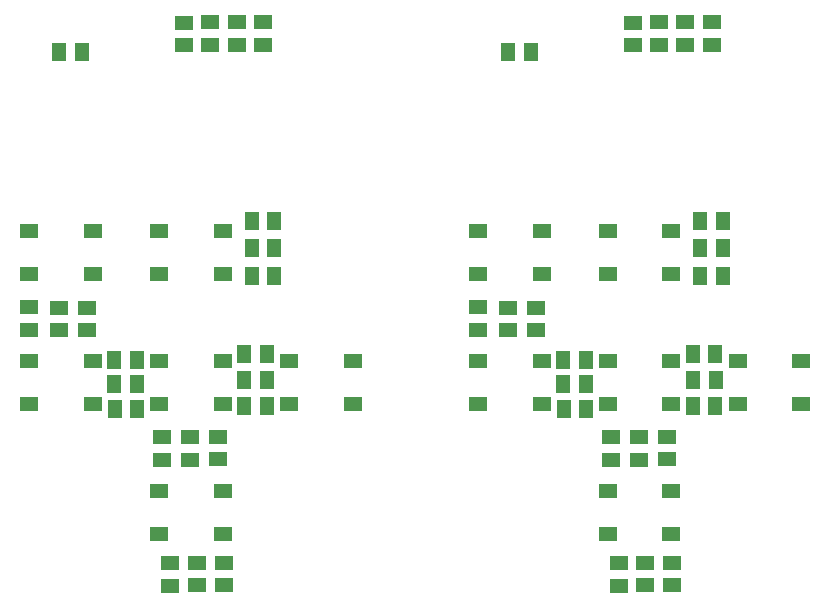
<source format=gbr>
G04 EAGLE Gerber RS-274X export*
G75*
%MOMM*%
%FSLAX34Y34*%
%LPD*%
%INSolderpaste Top*%
%IPPOS*%
%AMOC8*
5,1,8,0,0,1.08239X$1,22.5*%
G01*
%ADD10R,1.300000X1.500000*%
%ADD11R,1.550000X1.200000*%
%ADD12R,1.500000X1.300000*%
%ADD13R,1.300000X1.600000*%


D10*
X231500Y285600D03*
X250500Y285600D03*
D11*
X153000Y323500D03*
X207000Y323500D03*
X153000Y286500D03*
X207000Y286500D03*
D10*
X231500Y331900D03*
X250500Y331900D03*
X250500Y308900D03*
X231500Y308900D03*
D11*
X153000Y213500D03*
X207000Y213500D03*
X153000Y176500D03*
X207000Y176500D03*
D12*
X203500Y149000D03*
X203500Y130000D03*
X155800Y129700D03*
X155800Y148700D03*
X179300Y148800D03*
X179300Y129800D03*
D11*
X153000Y103500D03*
X207000Y103500D03*
X153000Y66500D03*
X207000Y66500D03*
D12*
X207800Y42400D03*
X207800Y23400D03*
X162500Y22900D03*
X162500Y41900D03*
X185000Y42300D03*
X185000Y23300D03*
D11*
X43000Y213500D03*
X97000Y213500D03*
X43000Y176500D03*
X97000Y176500D03*
D10*
X134800Y172400D03*
X115800Y172400D03*
X115300Y214400D03*
X134300Y214400D03*
X134400Y194000D03*
X115400Y194000D03*
D11*
X263000Y213500D03*
X317000Y213500D03*
X263000Y176500D03*
X317000Y176500D03*
D10*
X225200Y219300D03*
X244200Y219300D03*
X244200Y174900D03*
X225200Y174900D03*
X225500Y197200D03*
X244500Y197200D03*
D11*
X43000Y323500D03*
X97000Y323500D03*
X43000Y286500D03*
X97000Y286500D03*
D12*
X92300Y239500D03*
X92300Y258500D03*
X43200Y258700D03*
X43200Y239700D03*
X68300Y239500D03*
X68300Y258500D03*
X174100Y480800D03*
X174100Y499800D03*
X218800Y481200D03*
X218800Y500200D03*
X196500Y481100D03*
X196500Y500100D03*
X241500Y500200D03*
X241500Y481200D03*
D13*
X87700Y474500D03*
X68700Y474500D03*
D10*
X611500Y285600D03*
X630500Y285600D03*
D11*
X533000Y323500D03*
X587000Y323500D03*
X533000Y286500D03*
X587000Y286500D03*
D10*
X611500Y331900D03*
X630500Y331900D03*
X630500Y308900D03*
X611500Y308900D03*
D11*
X533000Y213500D03*
X587000Y213500D03*
X533000Y176500D03*
X587000Y176500D03*
D12*
X583500Y149000D03*
X583500Y130000D03*
X535800Y129700D03*
X535800Y148700D03*
X559300Y148800D03*
X559300Y129800D03*
D11*
X533000Y103500D03*
X587000Y103500D03*
X533000Y66500D03*
X587000Y66500D03*
D12*
X587800Y42400D03*
X587800Y23400D03*
X542500Y22900D03*
X542500Y41900D03*
X565000Y42300D03*
X565000Y23300D03*
D11*
X423000Y213500D03*
X477000Y213500D03*
X423000Y176500D03*
X477000Y176500D03*
D10*
X514800Y172400D03*
X495800Y172400D03*
X495300Y214400D03*
X514300Y214400D03*
X514400Y194000D03*
X495400Y194000D03*
D11*
X643000Y213500D03*
X697000Y213500D03*
X643000Y176500D03*
X697000Y176500D03*
D10*
X605200Y219300D03*
X624200Y219300D03*
X624200Y174900D03*
X605200Y174900D03*
X605500Y197200D03*
X624500Y197200D03*
D11*
X423000Y323500D03*
X477000Y323500D03*
X423000Y286500D03*
X477000Y286500D03*
D12*
X472300Y239500D03*
X472300Y258500D03*
X423200Y258700D03*
X423200Y239700D03*
X448300Y239500D03*
X448300Y258500D03*
X554100Y480800D03*
X554100Y499800D03*
X598800Y481200D03*
X598800Y500200D03*
X576500Y481100D03*
X576500Y500100D03*
X621500Y500200D03*
X621500Y481200D03*
D13*
X467700Y474500D03*
X448700Y474500D03*
M02*

</source>
